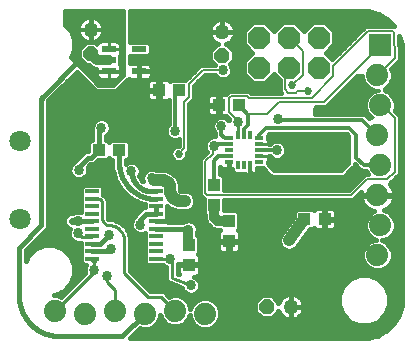
<source format=gbl>
G75*
%MOIN*%
%OFA0B0*%
%FSLAX25Y25*%
%IPPOS*%
%LPD*%
%AMOC8*
5,1,8,0,0,1.08239X$1,22.5*
%
%ADD10R,0.01181X0.03150*%
%ADD11R,0.03150X0.01181*%
%ADD12C,0.07087*%
%ADD13R,0.04331X0.03937*%
%ADD14R,0.04500X0.01500*%
%ADD15R,0.04724X0.02165*%
%ADD16R,0.03937X0.04331*%
%ADD17C,0.07400*%
%ADD18R,0.07400X0.07400*%
%ADD19OC8,0.07400*%
%ADD20OC8,0.05000*%
%ADD21C,0.05000*%
%ADD22C,0.01000*%
%ADD23C,0.03369*%
%ADD24C,0.01600*%
%ADD25C,0.01200*%
%ADD26OC8,0.03369*%
%ADD27OC8,0.04156*%
%ADD28C,0.03762*%
%ADD29C,0.04000*%
%ADD30C,0.03200*%
%ADD31C,0.02400*%
%ADD32C,0.05315*%
%ADD33C,0.04724*%
%ADD34C,0.00600*%
%ADD35C,0.02700*%
D10*
X0084831Y0081780D03*
X0086800Y0081780D03*
X0088769Y0081780D03*
X0088769Y0091820D03*
X0086800Y0091820D03*
X0084831Y0091820D03*
D11*
X0081780Y0090737D03*
X0081780Y0088769D03*
X0081780Y0086800D03*
X0081780Y0084831D03*
X0081780Y0082863D03*
X0091820Y0082863D03*
X0091820Y0084831D03*
X0091820Y0086800D03*
X0091820Y0088769D03*
X0091820Y0090737D03*
D12*
X0012300Y0089792D03*
X0012300Y0063808D03*
D13*
X0038454Y0086800D03*
X0045146Y0086800D03*
X0058454Y0106800D03*
X0065146Y0106800D03*
X0078454Y0101800D03*
X0085146Y0101800D03*
X0106954Y0063800D03*
X0113646Y0063800D03*
D14*
X0057350Y0063050D03*
X0057350Y0060550D03*
X0057350Y0058050D03*
X0057350Y0055550D03*
X0057350Y0053050D03*
X0057350Y0050550D03*
X0057350Y0065550D03*
X0057350Y0068050D03*
X0057350Y0070550D03*
X0057350Y0073050D03*
X0036250Y0073050D03*
X0036250Y0070550D03*
X0036250Y0068050D03*
X0036250Y0065550D03*
X0036250Y0063050D03*
X0036250Y0060550D03*
X0036250Y0058050D03*
X0036250Y0055550D03*
X0036250Y0053050D03*
X0036250Y0050550D03*
D15*
X0041681Y0113060D03*
X0041681Y0116800D03*
X0041681Y0120540D03*
X0051919Y0120540D03*
X0051919Y0113060D03*
D16*
X0076800Y0075146D03*
X0076800Y0068454D03*
X0081800Y0063146D03*
X0081800Y0056454D03*
X0068500Y0055246D03*
X0068500Y0048554D03*
D17*
X0063800Y0033300D03*
X0053800Y0032300D03*
X0043800Y0033300D03*
X0033800Y0032300D03*
X0023800Y0033300D03*
X0073800Y0032300D03*
X0131300Y0051800D03*
X0132300Y0061800D03*
X0131300Y0071800D03*
X0132300Y0081800D03*
X0131300Y0091800D03*
X0132300Y0101800D03*
X0131300Y0111800D03*
D18*
X0132300Y0121800D03*
D19*
X0111800Y0124300D03*
X0101800Y0124300D03*
X0101800Y0114300D03*
X0111800Y0114300D03*
X0091800Y0114300D03*
X0091800Y0124300D03*
D20*
X0079500Y0118300D03*
X0035700Y0119000D03*
X0094400Y0034600D03*
D21*
X0102400Y0034600D03*
X0079500Y0126300D03*
X0035700Y0127000D03*
D22*
X0036000Y0127300D02*
X0035400Y0127300D01*
X0035400Y0131000D01*
X0035306Y0131000D01*
X0034533Y0130846D01*
X0033805Y0130545D01*
X0033150Y0130107D01*
X0032593Y0129550D01*
X0032155Y0128895D01*
X0031854Y0128167D01*
X0031700Y0127394D01*
X0031700Y0127300D01*
X0035400Y0127300D01*
X0035400Y0126700D01*
X0031700Y0126700D01*
X0031700Y0126606D01*
X0031854Y0125833D01*
X0032155Y0125105D01*
X0032593Y0124450D01*
X0033150Y0123893D01*
X0033805Y0123455D01*
X0034533Y0123154D01*
X0035306Y0123000D01*
X0035400Y0123000D01*
X0035400Y0126700D01*
X0036000Y0126700D01*
X0036000Y0127300D01*
X0036000Y0131000D01*
X0036094Y0131000D01*
X0036867Y0130846D01*
X0037595Y0130545D01*
X0038250Y0130107D01*
X0038807Y0129550D01*
X0039245Y0128895D01*
X0039546Y0128167D01*
X0039700Y0127394D01*
X0039700Y0127300D01*
X0036000Y0127300D01*
X0036000Y0127642D02*
X0035400Y0127642D01*
X0035400Y0126644D02*
X0036000Y0126644D01*
X0036000Y0126700D02*
X0036000Y0123000D01*
X0036094Y0123000D01*
X0036867Y0123154D01*
X0037595Y0123455D01*
X0038250Y0123893D01*
X0038807Y0124450D01*
X0039245Y0125105D01*
X0039546Y0125833D01*
X0039700Y0126606D01*
X0039700Y0126700D01*
X0036000Y0126700D01*
X0036000Y0125645D02*
X0035400Y0125645D01*
X0035400Y0124647D02*
X0036000Y0124647D01*
X0036000Y0123648D02*
X0035400Y0123648D01*
X0034209Y0122600D02*
X0032100Y0120491D01*
X0032100Y0117509D01*
X0034209Y0115400D01*
X0035482Y0115400D01*
X0035611Y0115271D01*
X0036371Y0114511D01*
X0037363Y0114100D01*
X0037819Y0114100D01*
X0037819Y0113101D01*
X0041640Y0113101D01*
X0041640Y0113018D01*
X0041723Y0113018D01*
X0041723Y0110477D01*
X0044241Y0110477D01*
X0044623Y0110579D01*
X0044965Y0110777D01*
X0045244Y0111056D01*
X0045441Y0111398D01*
X0045544Y0111780D01*
X0045544Y0113018D01*
X0041723Y0113018D01*
X0041723Y0113101D01*
X0045544Y0113101D01*
X0045544Y0114340D01*
X0045441Y0114721D01*
X0045244Y0115064D01*
X0045095Y0115213D01*
X0045144Y0115262D01*
X0045144Y0118338D01*
X0045095Y0118387D01*
X0045244Y0118536D01*
X0045441Y0118878D01*
X0045544Y0119260D01*
X0045544Y0120499D01*
X0041723Y0120499D01*
X0041723Y0120581D01*
X0045544Y0120581D01*
X0045544Y0121820D01*
X0045441Y0122202D01*
X0045244Y0122544D01*
X0044965Y0122823D01*
X0044623Y0123021D01*
X0044241Y0123123D01*
X0041723Y0123123D01*
X0041723Y0120582D01*
X0041640Y0120582D01*
X0041640Y0123123D01*
X0039122Y0123123D01*
X0038740Y0123021D01*
X0038398Y0122823D01*
X0038119Y0122544D01*
X0037922Y0122202D01*
X0037851Y0121940D01*
X0037191Y0122600D01*
X0034209Y0122600D01*
X0033517Y0123648D02*
X0029804Y0123648D01*
X0029902Y0123412D02*
X0028669Y0126390D01*
X0026800Y0128258D01*
X0026800Y0133501D01*
X0046800Y0133501D01*
X0046800Y0111800D01*
X0043300Y0108300D01*
X0038300Y0108300D01*
X0028880Y0117720D01*
X0029902Y0120188D01*
X0029902Y0123412D01*
X0029902Y0122650D02*
X0038225Y0122650D01*
X0037883Y0123648D02*
X0046800Y0123648D01*
X0046800Y0122650D02*
X0045138Y0122650D01*
X0045544Y0121651D02*
X0046800Y0121651D01*
X0046800Y0120653D02*
X0045544Y0120653D01*
X0045544Y0119654D02*
X0046800Y0119654D01*
X0046800Y0118656D02*
X0045313Y0118656D01*
X0045144Y0117657D02*
X0046800Y0117657D01*
X0046800Y0116659D02*
X0045144Y0116659D01*
X0045144Y0115660D02*
X0046800Y0115660D01*
X0046800Y0114662D02*
X0045458Y0114662D01*
X0045544Y0113663D02*
X0046800Y0113663D01*
X0046800Y0112665D02*
X0045544Y0112665D01*
X0045513Y0111666D02*
X0046666Y0111666D01*
X0045668Y0110668D02*
X0044775Y0110668D01*
X0044669Y0109669D02*
X0036931Y0109669D01*
X0037930Y0108670D02*
X0043670Y0108670D01*
X0041640Y0110477D02*
X0041640Y0113018D01*
X0037819Y0113018D01*
X0037819Y0111780D01*
X0037922Y0111398D01*
X0038119Y0111056D01*
X0038398Y0110777D01*
X0038740Y0110579D01*
X0039122Y0110477D01*
X0041640Y0110477D01*
X0041640Y0110668D02*
X0041723Y0110668D01*
X0041723Y0111666D02*
X0041640Y0111666D01*
X0041640Y0112665D02*
X0041723Y0112665D01*
X0038588Y0110668D02*
X0035932Y0110668D01*
X0034934Y0111666D02*
X0037850Y0111666D01*
X0037819Y0112665D02*
X0033935Y0112665D01*
X0032937Y0113663D02*
X0037819Y0113663D01*
X0036220Y0114662D02*
X0031938Y0114662D01*
X0030940Y0115660D02*
X0033949Y0115660D01*
X0032950Y0116659D02*
X0029941Y0116659D01*
X0028943Y0117657D02*
X0032100Y0117657D01*
X0032100Y0118656D02*
X0029267Y0118656D01*
X0029681Y0119654D02*
X0032100Y0119654D01*
X0032261Y0120653D02*
X0029902Y0120653D01*
X0029902Y0121651D02*
X0033260Y0121651D01*
X0032462Y0124647D02*
X0029391Y0124647D01*
X0028977Y0125645D02*
X0031932Y0125645D01*
X0031700Y0126644D02*
X0028415Y0126644D01*
X0027416Y0127642D02*
X0031749Y0127642D01*
X0032050Y0128641D02*
X0026800Y0128641D01*
X0026800Y0129639D02*
X0032682Y0129639D01*
X0034030Y0130638D02*
X0026800Y0130638D01*
X0026800Y0131636D02*
X0046800Y0131636D01*
X0046800Y0130638D02*
X0037370Y0130638D01*
X0036000Y0130638D02*
X0035400Y0130638D01*
X0035400Y0129639D02*
X0036000Y0129639D01*
X0036000Y0128641D02*
X0035400Y0128641D01*
X0038718Y0129639D02*
X0046800Y0129639D01*
X0046800Y0128641D02*
X0039350Y0128641D01*
X0039651Y0127642D02*
X0046800Y0127642D01*
X0046800Y0126644D02*
X0039700Y0126644D01*
X0039468Y0125645D02*
X0046800Y0125645D01*
X0046800Y0124647D02*
X0038938Y0124647D01*
X0041640Y0122650D02*
X0041723Y0122650D01*
X0041723Y0121651D02*
X0041640Y0121651D01*
X0041640Y0120653D02*
X0041723Y0120653D01*
X0046800Y0132635D02*
X0026800Y0132635D01*
X0084800Y0096300D02*
X0084831Y0095769D01*
X0084831Y0091820D01*
X0091820Y0088769D02*
X0094894Y0088769D01*
X0094894Y0089557D01*
X0094792Y0089938D01*
X0094595Y0090280D01*
X0094494Y0090380D01*
X0094494Y0091783D01*
X0094389Y0091889D01*
X0095100Y0092600D01*
X0121000Y0092600D01*
X0121800Y0091800D01*
X0121800Y0082300D01*
X0119300Y0079800D01*
X0096800Y0079800D01*
X0094494Y0082106D01*
X0094494Y0083220D01*
X0094595Y0083320D01*
X0094792Y0083662D01*
X0094894Y0084043D01*
X0094894Y0084831D01*
X0091820Y0084831D01*
X0091820Y0084832D01*
X0094894Y0084832D01*
X0094894Y0085100D01*
X0095562Y0085100D01*
X0096223Y0084440D01*
X0097246Y0084016D01*
X0098354Y0084016D01*
X0099377Y0084440D01*
X0100160Y0085223D01*
X0100584Y0086246D01*
X0100584Y0087354D01*
X0100160Y0088377D01*
X0099377Y0089160D01*
X0098354Y0089584D01*
X0097246Y0089584D01*
X0096223Y0089160D01*
X0095562Y0088500D01*
X0094894Y0088500D01*
X0094894Y0088768D01*
X0091820Y0088768D01*
X0091820Y0088769D01*
X0094894Y0088700D02*
X0095763Y0088700D01*
X0094856Y0089699D02*
X0121800Y0089699D01*
X0121800Y0090697D02*
X0094494Y0090697D01*
X0094494Y0091696D02*
X0121800Y0091696D01*
X0121800Y0088700D02*
X0099837Y0088700D01*
X0100440Y0087702D02*
X0121800Y0087702D01*
X0121800Y0086703D02*
X0100584Y0086703D01*
X0100360Y0085705D02*
X0121800Y0085705D01*
X0121800Y0084706D02*
X0099644Y0084706D01*
X0095956Y0084706D02*
X0094894Y0084706D01*
X0094805Y0083708D02*
X0121800Y0083708D01*
X0121800Y0082709D02*
X0094494Y0082709D01*
X0094889Y0081711D02*
X0121211Y0081711D01*
X0120212Y0080712D02*
X0095888Y0080712D01*
X0110300Y0098500D02*
X0110300Y0100300D01*
X0110393Y0101600D01*
X0114180Y0101600D01*
X0124380Y0111800D01*
X0126500Y0111800D01*
X0126500Y0110845D01*
X0127231Y0109081D01*
X0128581Y0107731D01*
X0130345Y0107000D01*
X0131782Y0107000D01*
X0131800Y0106800D01*
X0131800Y0106600D01*
X0131345Y0106600D01*
X0129581Y0105869D01*
X0128231Y0104519D01*
X0127500Y0102755D01*
X0127500Y0100845D01*
X0128231Y0099081D01*
X0129581Y0097731D01*
X0129639Y0097707D01*
X0129300Y0097470D01*
X0128510Y0097102D01*
X0128425Y0097079D01*
X0128000Y0097504D01*
X0128000Y0097504D01*
X0127004Y0098500D01*
X0110300Y0098500D01*
X0110300Y0098685D02*
X0128626Y0098685D01*
X0127981Y0099684D02*
X0110300Y0099684D01*
X0110327Y0100682D02*
X0127567Y0100682D01*
X0127500Y0101681D02*
X0114261Y0101681D01*
X0115259Y0102679D02*
X0127500Y0102679D01*
X0127882Y0103678D02*
X0116258Y0103678D01*
X0117256Y0104676D02*
X0128388Y0104676D01*
X0129387Y0105675D02*
X0118255Y0105675D01*
X0119253Y0106673D02*
X0131800Y0106673D01*
X0128723Y0107672D02*
X0120252Y0107672D01*
X0121250Y0108670D02*
X0127641Y0108670D01*
X0126987Y0109669D02*
X0122249Y0109669D01*
X0123247Y0110668D02*
X0126574Y0110668D01*
X0126500Y0111666D02*
X0124246Y0111666D01*
X0127817Y0097687D02*
X0129610Y0097687D01*
X0069100Y0041700D02*
X0062800Y0044300D01*
X0062800Y0049900D01*
X0062200Y0050500D01*
X0057400Y0050500D01*
X0057350Y0050550D01*
X0046800Y0045800D02*
X0046800Y0056800D01*
X0046798Y0056940D01*
X0046792Y0057080D01*
X0046782Y0057220D01*
X0046769Y0057360D01*
X0046751Y0057499D01*
X0046729Y0057638D01*
X0046704Y0057775D01*
X0046675Y0057913D01*
X0046642Y0058049D01*
X0046605Y0058184D01*
X0046564Y0058318D01*
X0046519Y0058451D01*
X0046471Y0058583D01*
X0046419Y0058713D01*
X0046364Y0058842D01*
X0046305Y0058969D01*
X0046242Y0059095D01*
X0046176Y0059219D01*
X0046107Y0059340D01*
X0046034Y0059460D01*
X0045957Y0059578D01*
X0045878Y0059693D01*
X0045795Y0059807D01*
X0045709Y0059917D01*
X0045620Y0060026D01*
X0045528Y0060132D01*
X0045433Y0060235D01*
X0045336Y0060336D01*
X0045235Y0060433D01*
X0045132Y0060528D01*
X0045026Y0060620D01*
X0044917Y0060709D01*
X0044807Y0060795D01*
X0044693Y0060878D01*
X0044578Y0060957D01*
X0044460Y0061034D01*
X0044340Y0061107D01*
X0044219Y0061176D01*
X0044095Y0061242D01*
X0043969Y0061305D01*
X0043842Y0061364D01*
X0043713Y0061419D01*
X0043583Y0061471D01*
X0043451Y0061519D01*
X0043318Y0061564D01*
X0043184Y0061605D01*
X0043049Y0061642D01*
X0042913Y0061675D01*
X0042775Y0061704D01*
X0042638Y0061729D01*
X0042499Y0061751D01*
X0042360Y0061769D01*
X0042220Y0061782D01*
X0042080Y0061792D01*
X0041940Y0061798D01*
X0041800Y0061800D01*
X0041709Y0061802D01*
X0041618Y0061808D01*
X0041528Y0061817D01*
X0041438Y0061830D01*
X0041349Y0061847D01*
X0041260Y0061867D01*
X0041172Y0061891D01*
X0041086Y0061919D01*
X0041000Y0061950D01*
X0040916Y0061985D01*
X0040834Y0062024D01*
X0040753Y0062065D01*
X0040674Y0062110D01*
X0040597Y0062158D01*
X0040522Y0062210D01*
X0040449Y0062264D01*
X0040378Y0062321D01*
X0040310Y0062381D01*
X0040244Y0062444D01*
X0040181Y0062510D01*
X0040121Y0062578D01*
X0040064Y0062649D01*
X0040010Y0062722D01*
X0039958Y0062797D01*
X0039910Y0062874D01*
X0039865Y0062953D01*
X0039824Y0063034D01*
X0039785Y0063116D01*
X0039750Y0063200D01*
X0039719Y0063286D01*
X0039691Y0063372D01*
X0039667Y0063460D01*
X0039647Y0063549D01*
X0039630Y0063638D01*
X0039617Y0063728D01*
X0039608Y0063818D01*
X0039602Y0063909D01*
X0039600Y0064000D01*
X0039600Y0069200D01*
X0039598Y0069271D01*
X0039593Y0069341D01*
X0039583Y0069411D01*
X0039570Y0069481D01*
X0039554Y0069549D01*
X0039534Y0069617D01*
X0039510Y0069684D01*
X0039483Y0069749D01*
X0039453Y0069813D01*
X0039419Y0069875D01*
X0039382Y0069935D01*
X0039342Y0069994D01*
X0039299Y0070050D01*
X0039253Y0070103D01*
X0039205Y0070155D01*
X0039153Y0070203D01*
X0039100Y0070249D01*
X0039044Y0070292D01*
X0038985Y0070332D01*
X0038925Y0070369D01*
X0038863Y0070403D01*
X0038799Y0070433D01*
X0038734Y0070460D01*
X0038667Y0070484D01*
X0038599Y0070504D01*
X0038531Y0070520D01*
X0038461Y0070533D01*
X0038391Y0070543D01*
X0038321Y0070548D01*
X0038250Y0070550D01*
X0036250Y0070550D01*
X0037550Y0070550D01*
X0036950Y0070550D02*
X0036250Y0070550D01*
X0031500Y0059100D02*
X0032700Y0057900D01*
X0036100Y0057900D01*
X0036250Y0058050D01*
X0036800Y0050000D02*
X0036800Y0046800D01*
X0036800Y0046300D02*
X0023800Y0033300D01*
X0041100Y0043000D02*
X0043800Y0040300D01*
X0043800Y0033300D01*
X0041100Y0043000D02*
X0041100Y0044700D01*
X0046800Y0045800D02*
X0054800Y0037800D01*
X0059300Y0037800D01*
X0063800Y0033300D01*
D23*
X0069100Y0041700D03*
X0062200Y0050500D03*
X0068300Y0060300D03*
X0077500Y0063900D03*
X0067200Y0069900D03*
X0056000Y0077600D03*
X0049300Y0079900D03*
X0056300Y0087300D03*
X0063800Y0093300D03*
X0076800Y0088300D03*
X0079300Y0094800D03*
X0084800Y0096300D03*
X0096300Y0091300D03*
X0097800Y0086800D03*
X0097800Y0082300D03*
X0092300Y0076300D03*
X0084800Y0076300D03*
X0098300Y0097300D03*
X0110300Y0090300D03*
X0114300Y0086300D03*
X0110300Y0082800D03*
X0118300Y0082800D03*
X0125300Y0078800D03*
X0118300Y0090300D03*
X0079700Y0113500D03*
X0044300Y0124800D03*
X0044300Y0131800D03*
X0031800Y0131800D03*
X0031800Y0122800D03*
X0034900Y0113700D03*
X0039300Y0094300D03*
X0031700Y0080200D03*
X0031500Y0063200D03*
X0031500Y0059100D03*
X0041800Y0058600D03*
X0042400Y0053900D03*
X0036800Y0046800D03*
X0041100Y0044700D03*
X0052100Y0062000D03*
D24*
X0046300Y0024800D02*
X0025300Y0024800D01*
X0025803Y0037990D02*
X0024814Y0038400D01*
X0023477Y0038400D01*
X0026560Y0039677D01*
X0028923Y0042040D01*
X0030202Y0045129D01*
X0030202Y0048471D01*
X0028923Y0051560D01*
X0026560Y0053923D01*
X0023471Y0055202D01*
X0020129Y0055202D01*
X0017040Y0053923D01*
X0014677Y0051560D01*
X0014000Y0049926D01*
X0014000Y0053389D01*
X0020211Y0059600D01*
X0020211Y0059600D01*
X0021500Y0060889D01*
X0021500Y0103389D01*
X0031012Y0112901D01*
X0036400Y0107513D01*
X0037513Y0106400D01*
X0044087Y0106400D01*
X0047587Y0109900D01*
X0048337Y0110650D01*
X0048451Y0110537D01*
X0048862Y0110300D01*
X0049319Y0110177D01*
X0051918Y0110177D01*
X0051918Y0113060D01*
X0051918Y0115943D01*
X0049319Y0115943D01*
X0048862Y0115820D01*
X0048700Y0115727D01*
X0048700Y0118334D01*
X0048976Y0118057D01*
X0054861Y0118057D01*
X0055681Y0118878D01*
X0055681Y0122203D01*
X0054861Y0123023D01*
X0048976Y0123023D01*
X0048700Y0122746D01*
X0048700Y0133201D01*
X0126721Y0133201D01*
X0128379Y0133092D01*
X0131581Y0132234D01*
X0134453Y0130576D01*
X0136797Y0128232D01*
X0136873Y0128100D01*
X0127296Y0128100D01*
X0116254Y0117058D01*
X0114012Y0119300D01*
X0116900Y0122188D01*
X0116900Y0126412D01*
X0113912Y0129400D01*
X0109688Y0129400D01*
X0106800Y0126512D01*
X0103912Y0129400D01*
X0099688Y0129400D01*
X0096800Y0126512D01*
X0093912Y0129400D01*
X0089688Y0129400D01*
X0086700Y0126412D01*
X0086700Y0122188D01*
X0089588Y0119300D01*
X0086700Y0116412D01*
X0086700Y0112188D01*
X0089688Y0109200D01*
X0093912Y0109200D01*
X0096800Y0112088D01*
X0098700Y0110188D01*
X0098700Y0106496D01*
X0099296Y0105900D01*
X0089104Y0105900D01*
X0088504Y0106500D01*
X0081696Y0106500D01*
X0081096Y0105900D01*
X0080764Y0105568D01*
X0078638Y0105568D01*
X0078638Y0101984D01*
X0078269Y0101984D01*
X0078269Y0101616D01*
X0074488Y0101616D01*
X0074488Y0099595D01*
X0074611Y0099137D01*
X0074848Y0098726D01*
X0075183Y0098391D01*
X0075593Y0098154D01*
X0076051Y0098031D01*
X0078269Y0098031D01*
X0078269Y0101616D01*
X0078638Y0101616D01*
X0078638Y0098031D01*
X0080764Y0098031D01*
X0081765Y0097031D01*
X0081716Y0096913D01*
X0081716Y0096746D01*
X0081047Y0097415D01*
X0079913Y0097884D01*
X0078686Y0097884D01*
X0077553Y0097415D01*
X0076685Y0096547D01*
X0076216Y0095413D01*
X0076216Y0094186D01*
X0076685Y0093053D01*
X0077300Y0092438D01*
X0077300Y0091384D01*
X0076186Y0091384D01*
X0075053Y0090915D01*
X0074185Y0090047D01*
X0073716Y0088913D01*
X0073716Y0087686D01*
X0074185Y0086553D01*
X0074567Y0086171D01*
X0073196Y0084800D01*
X0072200Y0083804D01*
X0072200Y0071796D01*
X0072900Y0071096D01*
X0073431Y0070564D01*
X0073431Y0065708D01*
X0073800Y0065340D01*
X0073800Y0064987D01*
X0073697Y0064160D01*
X0074490Y0062281D01*
X0075251Y0061704D01*
X0075876Y0060865D01*
X0075876Y0060865D01*
X0075876Y0060865D01*
X0077776Y0060047D01*
X0078629Y0060146D01*
X0078686Y0060146D01*
X0078756Y0060077D01*
X0078726Y0060059D01*
X0078391Y0059724D01*
X0078154Y0059314D01*
X0078031Y0058856D01*
X0078031Y0056638D01*
X0081616Y0056638D01*
X0081616Y0056269D01*
X0081984Y0056269D01*
X0081984Y0052488D01*
X0084005Y0052488D01*
X0084463Y0052611D01*
X0084874Y0052848D01*
X0085209Y0053183D01*
X0085446Y0053593D01*
X0085568Y0054051D01*
X0085568Y0056269D01*
X0081984Y0056269D01*
X0081984Y0056638D01*
X0085568Y0056638D01*
X0085568Y0058856D01*
X0085446Y0059314D01*
X0085209Y0059724D01*
X0084874Y0060059D01*
X0084844Y0060077D01*
X0085168Y0060401D01*
X0085168Y0065892D01*
X0084348Y0066712D01*
X0080168Y0066712D01*
X0080168Y0070100D01*
X0123104Y0070100D01*
X0125906Y0072902D01*
X0125800Y0072233D01*
X0125800Y0072000D01*
X0131100Y0072000D01*
X0131100Y0071600D01*
X0125800Y0071600D01*
X0125800Y0071367D01*
X0125935Y0070512D01*
X0126203Y0069689D01*
X0126596Y0068917D01*
X0127105Y0068217D01*
X0127717Y0067605D01*
X0128417Y0067096D01*
X0129189Y0066703D01*
X0130012Y0066435D01*
X0130122Y0066418D01*
X0129411Y0066124D01*
X0127976Y0064689D01*
X0127200Y0062814D01*
X0127200Y0060786D01*
X0127976Y0058911D01*
X0129411Y0057476D01*
X0130803Y0056900D01*
X0130286Y0056900D01*
X0128411Y0056124D01*
X0126976Y0054689D01*
X0126200Y0052814D01*
X0126200Y0050786D01*
X0126976Y0048911D01*
X0128411Y0047476D01*
X0130286Y0046700D01*
X0132314Y0046700D01*
X0134189Y0047476D01*
X0135624Y0048911D01*
X0136400Y0050786D01*
X0136400Y0052814D01*
X0135624Y0054689D01*
X0134189Y0056124D01*
X0132797Y0056700D01*
X0133314Y0056700D01*
X0135189Y0057476D01*
X0136624Y0058911D01*
X0137400Y0060786D01*
X0137400Y0062814D01*
X0136624Y0064689D01*
X0135189Y0066124D01*
X0133581Y0066790D01*
X0134183Y0067096D01*
X0134883Y0067605D01*
X0135495Y0068217D01*
X0136004Y0068917D01*
X0136397Y0069689D01*
X0136665Y0070512D01*
X0136800Y0071367D01*
X0136800Y0071600D01*
X0131500Y0071600D01*
X0131500Y0072000D01*
X0136800Y0072000D01*
X0136800Y0072233D01*
X0136665Y0073088D01*
X0136397Y0073911D01*
X0136004Y0074683D01*
X0135495Y0075383D01*
X0135341Y0075537D01*
X0137704Y0077900D01*
X0138700Y0078896D01*
X0138700Y0098304D01*
X0137054Y0099950D01*
X0137400Y0100786D01*
X0137400Y0102814D01*
X0136624Y0104689D01*
X0135189Y0106124D01*
X0133713Y0106735D01*
X0133700Y0106883D01*
X0133700Y0107274D01*
X0134189Y0107476D01*
X0135624Y0108911D01*
X0136400Y0110786D01*
X0136400Y0112814D01*
X0135937Y0113933D01*
X0137712Y0115708D01*
X0137724Y0115708D01*
X0138209Y0116205D01*
X0138700Y0116696D01*
X0138700Y0116708D01*
X0138708Y0116716D01*
X0138700Y0117410D01*
X0138700Y0118104D01*
X0138692Y0118112D01*
X0138613Y0124768D01*
X0139313Y0122158D01*
X0139421Y0120501D01*
X0139421Y0036800D01*
X0139313Y0035142D01*
X0138455Y0031940D01*
X0136797Y0029069D01*
X0134453Y0026724D01*
X0131581Y0025067D01*
X0128379Y0024209D01*
X0126721Y0024100D01*
X0048711Y0024100D01*
X0052097Y0027485D01*
X0052786Y0027200D01*
X0054814Y0027200D01*
X0056689Y0027976D01*
X0058124Y0029411D01*
X0058900Y0031286D01*
X0058900Y0031803D01*
X0059476Y0030411D01*
X0060911Y0028976D01*
X0062786Y0028200D01*
X0064814Y0028200D01*
X0066689Y0028976D01*
X0068124Y0030411D01*
X0068700Y0031803D01*
X0068700Y0031286D01*
X0069476Y0029411D01*
X0070911Y0027976D01*
X0072786Y0027200D01*
X0074814Y0027200D01*
X0076689Y0027976D01*
X0078124Y0029411D01*
X0078900Y0031286D01*
X0078900Y0033314D01*
X0078124Y0035189D01*
X0076689Y0036624D01*
X0074814Y0037400D01*
X0072786Y0037400D01*
X0070911Y0036624D01*
X0069476Y0035189D01*
X0068900Y0033797D01*
X0068900Y0034314D01*
X0068124Y0036189D01*
X0066689Y0037624D01*
X0064814Y0038400D01*
X0062786Y0038400D01*
X0061797Y0037990D01*
X0060087Y0039700D01*
X0055587Y0039700D01*
X0048700Y0046587D01*
X0048700Y0058172D01*
X0047650Y0060709D01*
X0045709Y0062650D01*
X0045709Y0062650D01*
X0043172Y0063700D01*
X0041800Y0063700D01*
X0041722Y0063710D01*
X0041588Y0063788D01*
X0041510Y0063922D01*
X0041500Y0064000D01*
X0041500Y0070071D01*
X0040629Y0071579D01*
X0039900Y0072000D01*
X0039900Y0074380D01*
X0039080Y0075200D01*
X0033420Y0075200D01*
X0032600Y0074380D01*
X0032600Y0066083D01*
X0032113Y0066284D01*
X0030886Y0066284D01*
X0029753Y0065815D01*
X0029738Y0065800D01*
X0028929Y0065800D01*
X0027974Y0065404D01*
X0027242Y0064673D01*
X0026846Y0063717D01*
X0026846Y0062683D01*
X0027242Y0061727D01*
X0027974Y0060996D01*
X0028804Y0060652D01*
X0028416Y0059713D01*
X0028416Y0058486D01*
X0028885Y0057353D01*
X0029753Y0056485D01*
X0030886Y0056016D01*
X0031897Y0056016D01*
X0031913Y0056000D01*
X0032600Y0056000D01*
X0032600Y0054380D01*
X0032600Y0049220D01*
X0033420Y0048400D01*
X0034124Y0048400D01*
X0033716Y0047413D01*
X0033716Y0046186D01*
X0033799Y0045986D01*
X0025803Y0037990D01*
X0025300Y0024800D02*
X0024974Y0024804D01*
X0024648Y0024816D01*
X0024322Y0024835D01*
X0023997Y0024863D01*
X0023673Y0024898D01*
X0023349Y0024942D01*
X0023027Y0024993D01*
X0022706Y0025052D01*
X0022387Y0025118D01*
X0022069Y0025192D01*
X0021753Y0025274D01*
X0021440Y0025364D01*
X0021128Y0025461D01*
X0020819Y0025565D01*
X0020513Y0025677D01*
X0020209Y0025797D01*
X0019909Y0025923D01*
X0019611Y0026057D01*
X0019317Y0026198D01*
X0019026Y0026346D01*
X0018739Y0026501D01*
X0018456Y0026663D01*
X0018177Y0026832D01*
X0017902Y0027008D01*
X0017631Y0027190D01*
X0017365Y0027378D01*
X0017103Y0027573D01*
X0016846Y0027774D01*
X0016595Y0027982D01*
X0016348Y0028195D01*
X0016106Y0028414D01*
X0015870Y0028639D01*
X0015639Y0028870D01*
X0015414Y0029106D01*
X0015195Y0029348D01*
X0014982Y0029595D01*
X0014774Y0029846D01*
X0014573Y0030103D01*
X0014378Y0030365D01*
X0014190Y0030631D01*
X0014008Y0030902D01*
X0013832Y0031177D01*
X0013663Y0031456D01*
X0013501Y0031739D01*
X0013346Y0032026D01*
X0013198Y0032317D01*
X0013057Y0032611D01*
X0012923Y0032909D01*
X0012797Y0033209D01*
X0012677Y0033513D01*
X0012565Y0033819D01*
X0012461Y0034128D01*
X0012364Y0034440D01*
X0012274Y0034753D01*
X0012192Y0035069D01*
X0012118Y0035387D01*
X0012052Y0035706D01*
X0011993Y0036027D01*
X0011942Y0036349D01*
X0011898Y0036673D01*
X0011863Y0036997D01*
X0011835Y0037322D01*
X0011816Y0037648D01*
X0011804Y0037974D01*
X0011800Y0038300D01*
X0011800Y0054300D01*
X0019300Y0061800D01*
X0019300Y0103782D01*
X0019666Y0104666D02*
X0031800Y0116800D01*
X0032596Y0111317D02*
X0029428Y0111317D01*
X0027829Y0109718D02*
X0034195Y0109718D01*
X0035793Y0108120D02*
X0026231Y0108120D01*
X0024632Y0106521D02*
X0037392Y0106521D01*
X0044208Y0106521D02*
X0054488Y0106521D01*
X0054488Y0106616D02*
X0054488Y0104595D01*
X0054611Y0104137D01*
X0054848Y0103726D01*
X0055183Y0103391D01*
X0055593Y0103154D01*
X0056051Y0103031D01*
X0058269Y0103031D01*
X0058269Y0106616D01*
X0054488Y0106616D01*
X0054488Y0106984D02*
X0058269Y0106984D01*
X0058269Y0106616D01*
X0058638Y0106616D01*
X0058638Y0103031D01*
X0060856Y0103031D01*
X0061314Y0103154D01*
X0061724Y0103391D01*
X0061800Y0103467D01*
X0061800Y0095662D01*
X0061185Y0095047D01*
X0060716Y0093913D01*
X0060716Y0092686D01*
X0061185Y0091553D01*
X0062053Y0090685D01*
X0063186Y0090216D01*
X0064413Y0090216D01*
X0065100Y0090500D01*
X0065100Y0088350D01*
X0064453Y0088350D01*
X0063442Y0087931D01*
X0062669Y0087158D01*
X0062250Y0086147D01*
X0062250Y0085053D01*
X0062669Y0084042D01*
X0063442Y0083269D01*
X0064453Y0082850D01*
X0065547Y0082850D01*
X0066558Y0083269D01*
X0067331Y0084042D01*
X0067750Y0085053D01*
X0067750Y0085946D01*
X0068500Y0086696D01*
X0068500Y0102096D01*
X0069104Y0102700D01*
X0070100Y0103696D01*
X0070100Y0108196D01*
X0073704Y0111800D01*
X0077066Y0111800D01*
X0077085Y0111753D01*
X0077953Y0110885D01*
X0079086Y0110416D01*
X0080313Y0110416D01*
X0081447Y0110885D01*
X0082315Y0111753D01*
X0082784Y0112886D01*
X0082784Y0114113D01*
X0082315Y0115247D01*
X0082139Y0115423D01*
X0083400Y0116685D01*
X0083400Y0119915D01*
X0081115Y0122200D01*
X0080797Y0122200D01*
X0081151Y0122315D01*
X0081754Y0122622D01*
X0082301Y0123020D01*
X0082780Y0123499D01*
X0083178Y0124046D01*
X0083485Y0124649D01*
X0083694Y0125293D01*
X0083800Y0125962D01*
X0083800Y0126300D01*
X0083800Y0126638D01*
X0083694Y0127307D01*
X0083485Y0127951D01*
X0083178Y0128554D01*
X0082780Y0129101D01*
X0082301Y0129580D01*
X0081754Y0129978D01*
X0081151Y0130285D01*
X0080507Y0130494D01*
X0079838Y0130600D01*
X0079500Y0130600D01*
X0079500Y0126300D01*
X0079500Y0126300D01*
X0083800Y0126300D01*
X0079500Y0126300D01*
X0079500Y0126300D01*
X0079500Y0126300D01*
X0075200Y0126300D01*
X0075200Y0126638D01*
X0075306Y0127307D01*
X0075515Y0127951D01*
X0075822Y0128554D01*
X0076220Y0129101D01*
X0076699Y0129580D01*
X0077246Y0129978D01*
X0077849Y0130285D01*
X0078493Y0130494D01*
X0079162Y0130600D01*
X0079500Y0130600D01*
X0079500Y0126300D01*
X0075200Y0126300D01*
X0075200Y0125962D01*
X0075306Y0125293D01*
X0075515Y0124649D01*
X0075822Y0124046D01*
X0076220Y0123499D01*
X0076699Y0123020D01*
X0077246Y0122622D01*
X0077849Y0122315D01*
X0078203Y0122200D01*
X0077885Y0122200D01*
X0075600Y0119915D01*
X0075600Y0116685D01*
X0077071Y0115213D01*
X0077066Y0115200D01*
X0072296Y0115200D01*
X0067264Y0110168D01*
X0062401Y0110168D01*
X0062077Y0109844D01*
X0062059Y0109874D01*
X0061724Y0110209D01*
X0061314Y0110446D01*
X0060856Y0110568D01*
X0058638Y0110568D01*
X0058638Y0106984D01*
X0058269Y0106984D01*
X0058269Y0110568D01*
X0056051Y0110568D01*
X0055593Y0110446D01*
X0055183Y0110209D01*
X0054848Y0109874D01*
X0054611Y0109463D01*
X0054488Y0109005D01*
X0054488Y0106984D01*
X0054488Y0108120D02*
X0045807Y0108120D01*
X0047405Y0109718D02*
X0054758Y0109718D01*
X0054518Y0110177D02*
X0054975Y0110300D01*
X0055386Y0110537D01*
X0055721Y0110872D01*
X0055958Y0111282D01*
X0056081Y0111740D01*
X0056081Y0113060D01*
X0056081Y0114379D01*
X0055958Y0114837D01*
X0055721Y0115248D01*
X0055386Y0115583D01*
X0054975Y0115820D01*
X0054518Y0115943D01*
X0051919Y0115943D01*
X0051919Y0113060D01*
X0056081Y0113060D01*
X0051919Y0113060D01*
X0051919Y0113060D01*
X0051918Y0113060D01*
X0051919Y0113060D01*
X0051919Y0110177D01*
X0054518Y0110177D01*
X0055967Y0111317D02*
X0068412Y0111317D01*
X0070011Y0112915D02*
X0056081Y0112915D01*
X0056045Y0114514D02*
X0071609Y0114514D01*
X0073221Y0111317D02*
X0077522Y0111317D01*
X0081878Y0111317D02*
X0087571Y0111317D01*
X0086700Y0112915D02*
X0082784Y0112915D01*
X0082618Y0114514D02*
X0086700Y0114514D01*
X0086700Y0116112D02*
X0082828Y0116112D01*
X0083400Y0117711D02*
X0087998Y0117711D01*
X0089578Y0119309D02*
X0083400Y0119309D01*
X0082408Y0120908D02*
X0087980Y0120908D01*
X0086700Y0122506D02*
X0081526Y0122506D01*
X0083207Y0124105D02*
X0086700Y0124105D01*
X0086700Y0125703D02*
X0083759Y0125703D01*
X0083695Y0127302D02*
X0087589Y0127302D01*
X0089188Y0128900D02*
X0082926Y0128900D01*
X0080477Y0130499D02*
X0134530Y0130499D01*
X0136129Y0128900D02*
X0114412Y0128900D01*
X0116011Y0127302D02*
X0126498Y0127302D01*
X0124899Y0125703D02*
X0116900Y0125703D01*
X0116900Y0124105D02*
X0123301Y0124105D01*
X0121702Y0122506D02*
X0116900Y0122506D01*
X0115620Y0120908D02*
X0120104Y0120908D01*
X0118505Y0119309D02*
X0114022Y0119309D01*
X0115602Y0117711D02*
X0116907Y0117711D01*
X0107589Y0127302D02*
X0106011Y0127302D01*
X0104412Y0128900D02*
X0109188Y0128900D01*
X0099188Y0128900D02*
X0094412Y0128900D01*
X0096011Y0127302D02*
X0097589Y0127302D01*
X0097571Y0111317D02*
X0096029Y0111317D01*
X0094431Y0109718D02*
X0098700Y0109718D01*
X0098700Y0108120D02*
X0070100Y0108120D01*
X0070100Y0106521D02*
X0098700Y0106521D01*
X0089169Y0109718D02*
X0071622Y0109718D01*
X0070100Y0104923D02*
X0074897Y0104923D01*
X0074848Y0104874D02*
X0074611Y0104463D01*
X0074488Y0104005D01*
X0074488Y0101984D01*
X0078269Y0101984D01*
X0078269Y0105568D01*
X0076051Y0105568D01*
X0075593Y0105446D01*
X0075183Y0105209D01*
X0074848Y0104874D01*
X0074488Y0103324D02*
X0069728Y0103324D01*
X0068500Y0101726D02*
X0078269Y0101726D01*
X0078269Y0103324D02*
X0078638Y0103324D01*
X0078638Y0104923D02*
X0078269Y0104923D01*
X0078269Y0100127D02*
X0078638Y0100127D01*
X0078638Y0098529D02*
X0078269Y0098529D01*
X0077068Y0096930D02*
X0068500Y0096930D01*
X0068500Y0095332D02*
X0076216Y0095332D01*
X0076404Y0093733D02*
X0068500Y0093733D01*
X0068500Y0092134D02*
X0077300Y0092134D01*
X0074674Y0090536D02*
X0068500Y0090536D01*
X0068500Y0088937D02*
X0073726Y0088937D01*
X0073860Y0087339D02*
X0068500Y0087339D01*
X0067750Y0085740D02*
X0074136Y0085740D01*
X0072538Y0084142D02*
X0067373Y0084142D01*
X0062627Y0084142D02*
X0048602Y0084142D01*
X0048712Y0084252D02*
X0048712Y0089348D01*
X0047892Y0090168D01*
X0042401Y0090168D01*
X0041800Y0089567D01*
X0041199Y0090168D01*
X0040654Y0090168D01*
X0040654Y0091522D01*
X0041047Y0091685D01*
X0041915Y0092553D01*
X0042384Y0093686D01*
X0042384Y0094913D01*
X0041915Y0096047D01*
X0041047Y0096915D01*
X0039913Y0097384D01*
X0038686Y0097384D01*
X0037553Y0096915D01*
X0036685Y0096047D01*
X0036216Y0094913D01*
X0036216Y0093686D01*
X0036254Y0093595D01*
X0036254Y0090168D01*
X0035708Y0090168D01*
X0034888Y0089348D01*
X0034888Y0086500D01*
X0033789Y0086500D01*
X0030789Y0083500D01*
X0030210Y0082921D01*
X0029953Y0082815D01*
X0029085Y0081947D01*
X0028616Y0080813D01*
X0028616Y0079586D01*
X0029085Y0078453D01*
X0029953Y0077585D01*
X0031086Y0077116D01*
X0032313Y0077116D01*
X0033447Y0077585D01*
X0034315Y0078453D01*
X0034784Y0079586D01*
X0034784Y0080813D01*
X0034650Y0081138D01*
X0035611Y0082100D01*
X0036865Y0082100D01*
X0038154Y0083389D01*
X0038196Y0083431D01*
X0041199Y0083431D01*
X0041800Y0084033D01*
X0042401Y0083431D01*
X0042946Y0083431D01*
X0042946Y0080857D01*
X0043928Y0077194D01*
X0045824Y0073910D01*
X0045824Y0073910D01*
X0048506Y0071228D01*
X0051790Y0069332D01*
X0051790Y0069332D01*
X0053700Y0068820D01*
X0053700Y0067750D01*
X0053139Y0067750D01*
X0051189Y0065800D01*
X0049900Y0064511D01*
X0049900Y0064162D01*
X0049485Y0063747D01*
X0049016Y0062613D01*
X0049016Y0061386D01*
X0049485Y0060253D01*
X0050353Y0059385D01*
X0051486Y0058916D01*
X0052713Y0058916D01*
X0053700Y0059324D01*
X0053700Y0049220D01*
X0054520Y0048400D01*
X0059938Y0048400D01*
X0060453Y0047885D01*
X0060900Y0047700D01*
X0060900Y0044677D01*
X0060743Y0044297D01*
X0060900Y0043921D01*
X0060900Y0043513D01*
X0061190Y0043223D01*
X0061348Y0042844D01*
X0061725Y0042688D01*
X0062013Y0042400D01*
X0062423Y0042400D01*
X0066100Y0040883D01*
X0066485Y0039953D01*
X0067353Y0039085D01*
X0068486Y0038616D01*
X0069713Y0038616D01*
X0070847Y0039085D01*
X0071715Y0039953D01*
X0072184Y0041086D01*
X0072184Y0042313D01*
X0071715Y0043447D01*
X0070847Y0044315D01*
X0070187Y0044588D01*
X0070705Y0044588D01*
X0071163Y0044711D01*
X0071574Y0044948D01*
X0071909Y0045283D01*
X0072146Y0045693D01*
X0072268Y0046151D01*
X0072268Y0048369D01*
X0068684Y0048369D01*
X0068684Y0048738D01*
X0072268Y0048738D01*
X0072268Y0050956D01*
X0072146Y0051414D01*
X0071909Y0051824D01*
X0071574Y0052159D01*
X0071544Y0052177D01*
X0071868Y0052501D01*
X0071868Y0057992D01*
X0071300Y0058560D01*
X0071300Y0059483D01*
X0071384Y0059686D01*
X0071384Y0060913D01*
X0070915Y0062047D01*
X0070047Y0062915D01*
X0068913Y0063384D01*
X0067686Y0063384D01*
X0066553Y0062915D01*
X0066388Y0062750D01*
X0061400Y0062750D01*
X0061400Y0063050D01*
X0061400Y0064037D01*
X0061277Y0064495D01*
X0061040Y0064905D01*
X0061000Y0064946D01*
X0061000Y0068342D01*
X0061791Y0067550D01*
X0064328Y0066500D01*
X0067876Y0066500D01*
X0069126Y0067018D01*
X0070082Y0067974D01*
X0070600Y0069224D01*
X0070600Y0070576D01*
X0070082Y0071826D01*
X0069126Y0072782D01*
X0067876Y0073300D01*
X0065700Y0073300D01*
X0065680Y0073302D01*
X0065644Y0073317D01*
X0065617Y0073344D01*
X0065602Y0073380D01*
X0065600Y0073400D01*
X0065600Y0075313D01*
X0064671Y0077555D01*
X0064671Y0077555D01*
X0062955Y0079271D01*
X0060713Y0080200D01*
X0057762Y0080200D01*
X0057747Y0080215D01*
X0056613Y0080684D01*
X0055386Y0080684D01*
X0054253Y0080215D01*
X0053385Y0079347D01*
X0052916Y0078213D01*
X0052916Y0076986D01*
X0053161Y0076395D01*
X0052862Y0076612D01*
X0052007Y0077789D01*
X0051895Y0078133D01*
X0051915Y0078153D01*
X0052384Y0079286D01*
X0052384Y0080513D01*
X0051915Y0081647D01*
X0051047Y0082515D01*
X0049913Y0082984D01*
X0048686Y0082984D01*
X0047553Y0082515D01*
X0047374Y0082336D01*
X0047346Y0082754D01*
X0047346Y0083431D01*
X0047892Y0083431D01*
X0048712Y0084252D01*
X0048712Y0085740D02*
X0062250Y0085740D01*
X0062850Y0087339D02*
X0048712Y0087339D01*
X0048712Y0088937D02*
X0065100Y0088937D01*
X0062413Y0090536D02*
X0040654Y0090536D01*
X0041496Y0092134D02*
X0060944Y0092134D01*
X0060716Y0093733D02*
X0042384Y0093733D01*
X0042211Y0095332D02*
X0061470Y0095332D01*
X0061800Y0096930D02*
X0041010Y0096930D01*
X0039300Y0094300D02*
X0038454Y0093454D01*
X0038454Y0086800D01*
X0035954Y0084300D01*
X0034700Y0084300D01*
X0031700Y0081300D01*
X0031700Y0080200D01*
X0033610Y0077748D02*
X0043780Y0077748D01*
X0043928Y0077194D02*
X0043928Y0077194D01*
X0044531Y0076149D02*
X0021500Y0076149D01*
X0021500Y0074551D02*
X0032771Y0074551D01*
X0032600Y0072952D02*
X0021500Y0072952D01*
X0021500Y0071354D02*
X0032600Y0071354D01*
X0032600Y0069755D02*
X0021500Y0069755D01*
X0021500Y0068157D02*
X0032600Y0068157D01*
X0032600Y0066558D02*
X0021500Y0066558D01*
X0021500Y0064960D02*
X0027529Y0064960D01*
X0026846Y0063361D02*
X0021500Y0063361D01*
X0021500Y0061763D02*
X0027228Y0061763D01*
X0028602Y0060164D02*
X0020776Y0060164D01*
X0019177Y0058566D02*
X0028416Y0058566D01*
X0029271Y0056967D02*
X0017579Y0056967D01*
X0015980Y0055369D02*
X0032600Y0055369D01*
X0032600Y0053770D02*
X0026712Y0053770D01*
X0028311Y0052172D02*
X0032600Y0052172D01*
X0032600Y0050573D02*
X0029332Y0050573D01*
X0029994Y0048975D02*
X0032845Y0048975D01*
X0033716Y0047376D02*
X0030202Y0047376D01*
X0030202Y0045778D02*
X0033591Y0045778D01*
X0031992Y0044179D02*
X0029809Y0044179D01*
X0030394Y0042581D02*
X0029147Y0042581D01*
X0028795Y0040982D02*
X0027865Y0040982D01*
X0027197Y0039384D02*
X0025852Y0039384D01*
X0036800Y0046300D02*
X0036800Y0046800D01*
X0036800Y0050000D02*
X0036250Y0050550D01*
X0036250Y0053050D02*
X0041550Y0053050D01*
X0042400Y0053900D01*
X0038750Y0055550D02*
X0036250Y0055550D01*
X0038750Y0055550D02*
X0041800Y0058600D01*
X0043990Y0063361D02*
X0049326Y0063361D01*
X0049016Y0061763D02*
X0046595Y0061763D01*
X0047650Y0060709D02*
X0047650Y0060709D01*
X0047875Y0060164D02*
X0049574Y0060164D01*
X0048537Y0058566D02*
X0053700Y0058566D01*
X0053700Y0056967D02*
X0048700Y0056967D01*
X0048700Y0055369D02*
X0053700Y0055369D01*
X0053700Y0053770D02*
X0048700Y0053770D01*
X0048700Y0052172D02*
X0053700Y0052172D01*
X0053700Y0050573D02*
X0048700Y0050573D01*
X0048700Y0048975D02*
X0053945Y0048975D01*
X0049509Y0045778D02*
X0060900Y0045778D01*
X0060900Y0047376D02*
X0048700Y0047376D01*
X0051108Y0044179D02*
X0060793Y0044179D01*
X0061832Y0042581D02*
X0052706Y0042581D01*
X0054305Y0040982D02*
X0065859Y0040982D01*
X0067055Y0039384D02*
X0060403Y0039384D01*
X0066299Y0037785D02*
X0092070Y0037785D01*
X0092785Y0038500D02*
X0090500Y0036215D01*
X0090500Y0032985D01*
X0092785Y0030700D01*
X0096015Y0030700D01*
X0098300Y0032985D01*
X0098300Y0033303D01*
X0098415Y0032949D01*
X0098722Y0032346D01*
X0099120Y0031799D01*
X0099599Y0031320D01*
X0100146Y0030922D01*
X0100749Y0030615D01*
X0101393Y0030406D01*
X0102062Y0030300D01*
X0102400Y0030300D01*
X0102738Y0030300D01*
X0103407Y0030406D01*
X0104051Y0030615D01*
X0104654Y0030922D01*
X0105201Y0031320D01*
X0105680Y0031799D01*
X0106078Y0032346D01*
X0106385Y0032949D01*
X0106594Y0033593D01*
X0106700Y0034262D01*
X0106700Y0034600D01*
X0106700Y0034938D01*
X0106594Y0035607D01*
X0106385Y0036251D01*
X0106078Y0036854D01*
X0105680Y0037401D01*
X0105201Y0037880D01*
X0104654Y0038278D01*
X0104051Y0038585D01*
X0103407Y0038794D01*
X0102738Y0038900D01*
X0102400Y0038900D01*
X0102400Y0034600D01*
X0106700Y0034600D01*
X0102400Y0034600D01*
X0102400Y0034600D01*
X0102400Y0034600D01*
X0102400Y0030300D01*
X0102400Y0034600D01*
X0102400Y0034600D01*
X0102400Y0038900D01*
X0102062Y0038900D01*
X0101393Y0038794D01*
X0100749Y0038585D01*
X0100146Y0038278D01*
X0099599Y0037880D01*
X0099120Y0037401D01*
X0098722Y0036854D01*
X0098415Y0036251D01*
X0098300Y0035897D01*
X0098300Y0036215D01*
X0096015Y0038500D01*
X0092785Y0038500D01*
X0090500Y0036187D02*
X0077126Y0036187D01*
X0078372Y0034588D02*
X0090500Y0034588D01*
X0090500Y0032990D02*
X0078900Y0032990D01*
X0078900Y0031391D02*
X0092094Y0031391D01*
X0096706Y0031391D02*
X0099528Y0031391D01*
X0098402Y0032990D02*
X0098300Y0032990D01*
X0098300Y0036187D02*
X0098394Y0036187D01*
X0099504Y0037785D02*
X0096730Y0037785D01*
X0102400Y0037785D02*
X0102400Y0037785D01*
X0102400Y0036187D02*
X0102400Y0036187D01*
X0102400Y0034588D02*
X0102400Y0034588D01*
X0102400Y0032990D02*
X0102400Y0032990D01*
X0102400Y0031391D02*
X0102400Y0031391D01*
X0105272Y0031391D02*
X0120326Y0031391D01*
X0119677Y0032040D02*
X0122040Y0029677D01*
X0125129Y0028398D01*
X0128471Y0028398D01*
X0131560Y0029677D01*
X0133923Y0032040D01*
X0135202Y0035129D01*
X0135202Y0038471D01*
X0133923Y0041560D01*
X0131560Y0043923D01*
X0128471Y0045202D01*
X0125129Y0045202D01*
X0122040Y0043923D01*
X0119677Y0041560D01*
X0118398Y0038471D01*
X0118398Y0035129D01*
X0119677Y0032040D01*
X0119284Y0032990D02*
X0106398Y0032990D01*
X0106700Y0034588D02*
X0118622Y0034588D01*
X0118398Y0036187D02*
X0106406Y0036187D01*
X0105296Y0037785D02*
X0118398Y0037785D01*
X0118776Y0039384D02*
X0071145Y0039384D01*
X0072141Y0040982D02*
X0119438Y0040982D01*
X0120698Y0042581D02*
X0072074Y0042581D01*
X0070983Y0044179D02*
X0122658Y0044179D01*
X0126950Y0048975D02*
X0072268Y0048975D01*
X0072268Y0047376D02*
X0128653Y0047376D01*
X0130942Y0044179D02*
X0139421Y0044179D01*
X0139421Y0042581D02*
X0132902Y0042581D01*
X0134162Y0040982D02*
X0139421Y0040982D01*
X0139421Y0039384D02*
X0134824Y0039384D01*
X0135202Y0037785D02*
X0139421Y0037785D01*
X0139381Y0036187D02*
X0135202Y0036187D01*
X0134978Y0034588D02*
X0139164Y0034588D01*
X0138736Y0032990D02*
X0134316Y0032990D01*
X0133274Y0031391D02*
X0138138Y0031391D01*
X0137215Y0029793D02*
X0131675Y0029793D01*
X0134229Y0026596D02*
X0051207Y0026596D01*
X0049608Y0024997D02*
X0131321Y0024997D01*
X0135922Y0028194D02*
X0076907Y0028194D01*
X0078282Y0029793D02*
X0121925Y0029793D01*
X0133947Y0047376D02*
X0139421Y0047376D01*
X0139421Y0045778D02*
X0072168Y0045778D01*
X0068316Y0048369D02*
X0064731Y0048369D01*
X0064731Y0046151D01*
X0064854Y0045693D01*
X0064995Y0045450D01*
X0064700Y0045571D01*
X0064700Y0048638D01*
X0064800Y0048738D01*
X0068316Y0048738D01*
X0068316Y0048369D01*
X0064731Y0047376D02*
X0064700Y0047376D01*
X0064700Y0045778D02*
X0064832Y0045778D01*
X0072268Y0050573D02*
X0126288Y0050573D01*
X0126200Y0052172D02*
X0071552Y0052172D01*
X0071868Y0053770D02*
X0078107Y0053770D01*
X0078154Y0053593D02*
X0078391Y0053183D01*
X0078726Y0052848D01*
X0079137Y0052611D01*
X0079595Y0052488D01*
X0081616Y0052488D01*
X0081616Y0056269D01*
X0078031Y0056269D01*
X0078031Y0054051D01*
X0078154Y0053593D01*
X0078031Y0055369D02*
X0071868Y0055369D01*
X0071868Y0056967D02*
X0078031Y0056967D01*
X0078031Y0058566D02*
X0071300Y0058566D01*
X0071384Y0060164D02*
X0077502Y0060164D01*
X0077776Y0060047D02*
X0077776Y0060047D01*
X0075174Y0061763D02*
X0071032Y0061763D01*
X0068969Y0063361D02*
X0074034Y0063361D01*
X0073697Y0064160D02*
X0073697Y0064160D01*
X0073797Y0064960D02*
X0061000Y0064960D01*
X0061000Y0066558D02*
X0064187Y0066558D01*
X0061791Y0067550D02*
X0061791Y0067550D01*
X0061185Y0068157D02*
X0061000Y0068157D01*
X0057350Y0068050D02*
X0057350Y0065550D01*
X0054050Y0065550D01*
X0052100Y0063600D01*
X0052100Y0062000D01*
X0050349Y0064960D02*
X0041500Y0064960D01*
X0041500Y0066558D02*
X0051947Y0066558D01*
X0053700Y0068157D02*
X0041500Y0068157D01*
X0041500Y0069755D02*
X0051056Y0069755D01*
X0048506Y0071228D02*
X0048506Y0071228D01*
X0048380Y0071354D02*
X0040759Y0071354D01*
X0040629Y0071579D02*
X0040629Y0071579D01*
X0040629Y0071579D01*
X0039900Y0072952D02*
X0046781Y0072952D01*
X0045454Y0074551D02*
X0039729Y0074551D01*
X0043351Y0079346D02*
X0034685Y0079346D01*
X0034730Y0080945D02*
X0042946Y0080945D01*
X0042946Y0082543D02*
X0037308Y0082543D01*
X0033029Y0085740D02*
X0021500Y0085740D01*
X0021500Y0084142D02*
X0031431Y0084142D01*
X0029682Y0082543D02*
X0021500Y0082543D01*
X0021500Y0080945D02*
X0028670Y0080945D01*
X0028715Y0079346D02*
X0021500Y0079346D01*
X0021500Y0077748D02*
X0029790Y0077748D01*
X0034888Y0087339D02*
X0021500Y0087339D01*
X0021500Y0088937D02*
X0034888Y0088937D01*
X0036254Y0090536D02*
X0021500Y0090536D01*
X0021500Y0092134D02*
X0036254Y0092134D01*
X0036216Y0093733D02*
X0021500Y0093733D01*
X0021500Y0095332D02*
X0036389Y0095332D01*
X0037590Y0096930D02*
X0021500Y0096930D01*
X0021500Y0098529D02*
X0061800Y0098529D01*
X0061800Y0100127D02*
X0021500Y0100127D01*
X0021500Y0101726D02*
X0061800Y0101726D01*
X0061800Y0103324D02*
X0061608Y0103324D01*
X0058638Y0103324D02*
X0058269Y0103324D01*
X0058269Y0104923D02*
X0058638Y0104923D01*
X0058638Y0106521D02*
X0058269Y0106521D01*
X0058269Y0108120D02*
X0058638Y0108120D01*
X0058638Y0109718D02*
X0058269Y0109718D01*
X0054488Y0104923D02*
X0023034Y0104923D01*
X0021500Y0103324D02*
X0055299Y0103324D01*
X0051918Y0111317D02*
X0051919Y0111317D01*
X0051918Y0112915D02*
X0051919Y0112915D01*
X0051918Y0114514D02*
X0051919Y0114514D01*
X0048700Y0116112D02*
X0076172Y0116112D01*
X0075600Y0117711D02*
X0048700Y0117711D01*
X0048700Y0124105D02*
X0075793Y0124105D01*
X0075241Y0125703D02*
X0048700Y0125703D01*
X0048700Y0127302D02*
X0075305Y0127302D01*
X0076074Y0128900D02*
X0048700Y0128900D01*
X0048700Y0130499D02*
X0078523Y0130499D01*
X0079500Y0130499D02*
X0079500Y0130499D01*
X0079500Y0128900D02*
X0079500Y0128900D01*
X0079500Y0127302D02*
X0079500Y0127302D01*
X0077474Y0122506D02*
X0055377Y0122506D01*
X0055681Y0120908D02*
X0076592Y0120908D01*
X0075600Y0119309D02*
X0055681Y0119309D01*
X0048700Y0132097D02*
X0131818Y0132097D01*
X0138621Y0124105D02*
X0138791Y0124105D01*
X0138640Y0122506D02*
X0139219Y0122506D01*
X0139395Y0120908D02*
X0138659Y0120908D01*
X0138678Y0119309D02*
X0139421Y0119309D01*
X0139421Y0117711D02*
X0138700Y0117711D01*
X0138118Y0116112D02*
X0139421Y0116112D01*
X0139421Y0114514D02*
X0136518Y0114514D01*
X0136358Y0112915D02*
X0139421Y0112915D01*
X0139421Y0111317D02*
X0136400Y0111317D01*
X0135958Y0109718D02*
X0139421Y0109718D01*
X0139421Y0108120D02*
X0134832Y0108120D01*
X0134229Y0106521D02*
X0139421Y0106521D01*
X0139421Y0104923D02*
X0136390Y0104923D01*
X0137189Y0103324D02*
X0139421Y0103324D01*
X0139421Y0101726D02*
X0137400Y0101726D01*
X0137127Y0100127D02*
X0139421Y0100127D01*
X0139421Y0098529D02*
X0138476Y0098529D01*
X0138700Y0096930D02*
X0139421Y0096930D01*
X0139421Y0095332D02*
X0138700Y0095332D01*
X0138700Y0093733D02*
X0139421Y0093733D01*
X0139421Y0092134D02*
X0138700Y0092134D01*
X0138700Y0090536D02*
X0139421Y0090536D01*
X0139421Y0088937D02*
X0138700Y0088937D01*
X0138700Y0087339D02*
X0139421Y0087339D01*
X0139421Y0085740D02*
X0138700Y0085740D01*
X0138700Y0084142D02*
X0139421Y0084142D01*
X0139421Y0082543D02*
X0138700Y0082543D01*
X0138700Y0080945D02*
X0139421Y0080945D01*
X0139421Y0079346D02*
X0138700Y0079346D01*
X0139421Y0077748D02*
X0137552Y0077748D01*
X0135954Y0076149D02*
X0139421Y0076149D01*
X0139421Y0074551D02*
X0136071Y0074551D01*
X0136686Y0072952D02*
X0139421Y0072952D01*
X0139421Y0071354D02*
X0136798Y0071354D01*
X0136419Y0069755D02*
X0139421Y0069755D01*
X0139421Y0068157D02*
X0135435Y0068157D01*
X0134139Y0066558D02*
X0139421Y0066558D01*
X0139421Y0064960D02*
X0136353Y0064960D01*
X0137173Y0063361D02*
X0139421Y0063361D01*
X0139421Y0061763D02*
X0137400Y0061763D01*
X0137143Y0060164D02*
X0139421Y0060164D01*
X0139421Y0058566D02*
X0136278Y0058566D01*
X0133960Y0056967D02*
X0139421Y0056967D01*
X0139421Y0055369D02*
X0134944Y0055369D01*
X0136004Y0053770D02*
X0139421Y0053770D01*
X0139421Y0052172D02*
X0136400Y0052172D01*
X0136312Y0050573D02*
X0139421Y0050573D01*
X0139421Y0048975D02*
X0135650Y0048975D01*
X0127656Y0055369D02*
X0104968Y0055369D01*
X0104137Y0054240D02*
X0108696Y0060431D01*
X0109699Y0060431D01*
X0110023Y0060756D01*
X0110041Y0060726D01*
X0110376Y0060391D01*
X0110786Y0060154D01*
X0111244Y0060031D01*
X0113462Y0060031D01*
X0113462Y0063616D01*
X0113831Y0063616D01*
X0113831Y0063984D01*
X0117612Y0063984D01*
X0117612Y0066005D01*
X0117489Y0066463D01*
X0117252Y0066874D01*
X0116917Y0067209D01*
X0116507Y0067446D01*
X0116049Y0067568D01*
X0113831Y0067568D01*
X0113831Y0063984D01*
X0113462Y0063984D01*
X0113462Y0067568D01*
X0111244Y0067568D01*
X0110786Y0067446D01*
X0110376Y0067209D01*
X0110041Y0066874D01*
X0110023Y0066844D01*
X0109699Y0067168D01*
X0107494Y0067168D01*
X0107111Y0067263D01*
X0106489Y0067168D01*
X0104208Y0067168D01*
X0103388Y0066348D01*
X0103388Y0064692D01*
X0098661Y0058271D01*
X0098337Y0056958D01*
X0098540Y0055621D01*
X0099240Y0054463D01*
X0100329Y0053661D01*
X0101642Y0053337D01*
X0102979Y0053540D01*
X0104137Y0054240D01*
X0103360Y0053770D02*
X0126596Y0053770D01*
X0128322Y0058566D02*
X0107322Y0058566D01*
X0108499Y0060164D02*
X0110769Y0060164D01*
X0113462Y0060164D02*
X0113831Y0060164D01*
X0113831Y0060031D02*
X0116049Y0060031D01*
X0116507Y0060154D01*
X0116917Y0060391D01*
X0117252Y0060726D01*
X0117489Y0061137D01*
X0117612Y0061595D01*
X0117612Y0063616D01*
X0113831Y0063616D01*
X0113831Y0060031D01*
X0113831Y0061763D02*
X0113462Y0061763D01*
X0113462Y0063361D02*
X0113831Y0063361D01*
X0113831Y0064960D02*
X0113462Y0064960D01*
X0113462Y0066558D02*
X0113831Y0066558D01*
X0117434Y0066558D02*
X0129634Y0066558D01*
X0128247Y0064960D02*
X0117612Y0064960D01*
X0117612Y0063361D02*
X0127427Y0063361D01*
X0127200Y0061763D02*
X0117612Y0061763D01*
X0116524Y0060164D02*
X0127457Y0060164D01*
X0130640Y0056967D02*
X0106145Y0056967D01*
X0100181Y0053770D02*
X0085493Y0053770D01*
X0085568Y0055369D02*
X0098692Y0055369D01*
X0098339Y0056967D02*
X0085568Y0056967D01*
X0085568Y0058566D02*
X0098878Y0058566D01*
X0100055Y0060164D02*
X0084932Y0060164D01*
X0085168Y0061763D02*
X0101232Y0061763D01*
X0102409Y0063361D02*
X0085168Y0063361D01*
X0085168Y0064960D02*
X0103388Y0064960D01*
X0103598Y0066558D02*
X0084502Y0066558D01*
X0080168Y0068157D02*
X0127165Y0068157D01*
X0126181Y0069755D02*
X0080168Y0069755D01*
X0080168Y0073500D02*
X0121696Y0073500D01*
X0126100Y0077904D01*
X0127096Y0078900D01*
X0127988Y0078900D01*
X0127976Y0078911D01*
X0127608Y0079800D01*
X0125972Y0079800D01*
X0124800Y0080972D01*
X0123700Y0082072D01*
X0123700Y0081513D01*
X0122587Y0080400D01*
X0120087Y0077900D01*
X0096013Y0077900D01*
X0094900Y0079013D01*
X0093041Y0080872D01*
X0091159Y0080872D01*
X0091159Y0079969D01*
X0091036Y0079511D01*
X0090799Y0079100D01*
X0090464Y0078765D01*
X0090054Y0078528D01*
X0089596Y0078406D01*
X0088769Y0078406D01*
X0088769Y0079604D01*
X0088768Y0079603D01*
X0088768Y0078406D01*
X0087941Y0078406D01*
X0087483Y0078528D01*
X0087073Y0078765D01*
X0087032Y0078806D01*
X0083661Y0078806D01*
X0082841Y0079626D01*
X0082841Y0080472D01*
X0081780Y0080472D01*
X0081780Y0082800D01*
X0081780Y0082800D01*
X0081780Y0080472D01*
X0079969Y0080472D01*
X0079511Y0080595D01*
X0079100Y0080832D01*
X0078800Y0081132D01*
X0078800Y0078712D01*
X0079348Y0078712D01*
X0080168Y0077892D01*
X0080168Y0073500D01*
X0080168Y0074551D02*
X0122747Y0074551D01*
X0124345Y0076149D02*
X0080168Y0076149D01*
X0080168Y0077748D02*
X0125944Y0077748D01*
X0127796Y0079346D02*
X0121533Y0079346D01*
X0123132Y0080945D02*
X0124827Y0080945D01*
X0124358Y0071354D02*
X0125802Y0071354D01*
X0094567Y0079346D02*
X0090941Y0079346D01*
X0088769Y0079346D02*
X0088768Y0079346D01*
X0083120Y0079346D02*
X0078800Y0079346D01*
X0078800Y0080945D02*
X0078987Y0080945D01*
X0081780Y0080945D02*
X0081780Y0080945D01*
X0081780Y0082543D02*
X0081780Y0082543D01*
X0072200Y0082543D02*
X0050978Y0082543D01*
X0052206Y0080945D02*
X0072200Y0080945D01*
X0072200Y0079346D02*
X0062774Y0079346D01*
X0062955Y0079271D02*
X0062955Y0079271D01*
X0064479Y0077748D02*
X0072200Y0077748D01*
X0072200Y0076149D02*
X0065254Y0076149D01*
X0065600Y0074551D02*
X0072200Y0074551D01*
X0072200Y0072952D02*
X0068716Y0072952D01*
X0070278Y0071354D02*
X0072642Y0071354D01*
X0073431Y0069755D02*
X0070600Y0069755D01*
X0070158Y0068157D02*
X0073431Y0068157D01*
X0073431Y0066558D02*
X0068017Y0066558D01*
X0067631Y0063361D02*
X0061400Y0063361D01*
X0061400Y0063050D02*
X0057350Y0063050D01*
X0057350Y0063050D01*
X0061400Y0063050D01*
X0057350Y0060550D02*
X0068050Y0060550D01*
X0068300Y0060300D01*
X0074490Y0062281D02*
X0074490Y0062281D01*
X0081616Y0055369D02*
X0081984Y0055369D01*
X0081984Y0053770D02*
X0081616Y0053770D01*
X0070474Y0036187D02*
X0068125Y0036187D01*
X0068787Y0034588D02*
X0069228Y0034588D01*
X0068700Y0031391D02*
X0068529Y0031391D01*
X0069318Y0029793D02*
X0067505Y0029793D01*
X0070693Y0028194D02*
X0056907Y0028194D01*
X0058282Y0029793D02*
X0060095Y0029793D01*
X0059070Y0031391D02*
X0058900Y0031391D01*
X0053800Y0032300D02*
X0046300Y0024800D01*
X0016888Y0053770D02*
X0014381Y0053770D01*
X0014000Y0052172D02*
X0015289Y0052172D01*
X0014268Y0050573D02*
X0014000Y0050573D01*
X0031500Y0063200D02*
X0031650Y0063050D01*
X0036250Y0063050D01*
X0052037Y0077748D02*
X0052916Y0077748D01*
X0053385Y0079346D02*
X0052384Y0079346D01*
X0049300Y0079900D02*
X0049302Y0079734D01*
X0049308Y0079569D01*
X0049318Y0079404D01*
X0049332Y0079239D01*
X0049350Y0079074D01*
X0049372Y0078910D01*
X0049398Y0078747D01*
X0049428Y0078584D01*
X0049461Y0078422D01*
X0049499Y0078261D01*
X0049541Y0078100D01*
X0049586Y0077941D01*
X0049635Y0077783D01*
X0049688Y0077626D01*
X0049745Y0077471D01*
X0049806Y0077317D01*
X0049870Y0077164D01*
X0049938Y0077013D01*
X0050009Y0076864D01*
X0050085Y0076717D01*
X0050163Y0076571D01*
X0050246Y0076427D01*
X0050331Y0076286D01*
X0050420Y0076146D01*
X0050513Y0076009D01*
X0050608Y0075874D01*
X0050707Y0075741D01*
X0050809Y0075611D01*
X0050914Y0075483D01*
X0051023Y0075358D01*
X0051134Y0075235D01*
X0051248Y0075115D01*
X0051365Y0074998D01*
X0051485Y0074884D01*
X0051608Y0074773D01*
X0051733Y0074664D01*
X0051861Y0074559D01*
X0051991Y0074457D01*
X0052124Y0074358D01*
X0052259Y0074263D01*
X0052396Y0074170D01*
X0052536Y0074081D01*
X0052677Y0073996D01*
X0052821Y0073913D01*
X0052967Y0073835D01*
X0053114Y0073759D01*
X0053263Y0073688D01*
X0053414Y0073620D01*
X0053567Y0073556D01*
X0053721Y0073495D01*
X0053876Y0073438D01*
X0054033Y0073385D01*
X0054191Y0073336D01*
X0054350Y0073291D01*
X0054511Y0073249D01*
X0054672Y0073211D01*
X0054834Y0073178D01*
X0054997Y0073148D01*
X0055160Y0073122D01*
X0055324Y0073100D01*
X0055489Y0073082D01*
X0055654Y0073068D01*
X0055819Y0073058D01*
X0055984Y0073052D01*
X0056150Y0073050D01*
X0057350Y0073050D01*
X0065680Y0073302D02*
X0065680Y0073302D01*
X0057350Y0070550D02*
X0057055Y0070554D01*
X0056760Y0070564D01*
X0056466Y0070582D01*
X0056172Y0070607D01*
X0055879Y0070639D01*
X0055587Y0070678D01*
X0055295Y0070724D01*
X0055005Y0070777D01*
X0054717Y0070838D01*
X0054429Y0070905D01*
X0054144Y0070979D01*
X0053860Y0071060D01*
X0053579Y0071147D01*
X0053299Y0071242D01*
X0053022Y0071343D01*
X0052748Y0071451D01*
X0052476Y0071565D01*
X0052207Y0071687D01*
X0051941Y0071814D01*
X0051679Y0071948D01*
X0051419Y0072088D01*
X0051163Y0072235D01*
X0050911Y0072387D01*
X0050662Y0072546D01*
X0050417Y0072710D01*
X0050177Y0072881D01*
X0049940Y0073057D01*
X0049708Y0073239D01*
X0049480Y0073426D01*
X0049257Y0073619D01*
X0049039Y0073817D01*
X0048825Y0074021D01*
X0048617Y0074229D01*
X0048413Y0074443D01*
X0048215Y0074661D01*
X0048022Y0074884D01*
X0047835Y0075112D01*
X0047653Y0075344D01*
X0047477Y0075581D01*
X0047306Y0075821D01*
X0047142Y0076066D01*
X0046983Y0076315D01*
X0046831Y0076567D01*
X0046684Y0076823D01*
X0046544Y0077083D01*
X0046410Y0077345D01*
X0046283Y0077611D01*
X0046161Y0077880D01*
X0046047Y0078152D01*
X0045939Y0078426D01*
X0045838Y0078703D01*
X0045743Y0078983D01*
X0045656Y0079264D01*
X0045575Y0079548D01*
X0045501Y0079833D01*
X0045434Y0080121D01*
X0045373Y0080409D01*
X0045320Y0080699D01*
X0045274Y0080991D01*
X0045235Y0081283D01*
X0045203Y0081576D01*
X0045178Y0081870D01*
X0045160Y0082164D01*
X0045150Y0082459D01*
X0045146Y0082754D01*
X0045146Y0086800D01*
X0047360Y0082543D02*
X0047622Y0082543D01*
X0068500Y0098529D02*
X0075046Y0098529D01*
X0074488Y0100127D02*
X0068500Y0100127D01*
X0081532Y0096930D02*
X0081723Y0096930D01*
X0019666Y0104666D02*
X0019621Y0104618D01*
X0019579Y0104569D01*
X0019539Y0104517D01*
X0019502Y0104463D01*
X0019467Y0104407D01*
X0019436Y0104349D01*
X0019408Y0104290D01*
X0019383Y0104230D01*
X0019361Y0104168D01*
X0019343Y0104106D01*
X0019327Y0104042D01*
X0019315Y0103978D01*
X0019307Y0103913D01*
X0019302Y0103847D01*
X0019300Y0103782D01*
D25*
X0063800Y0105454D02*
X0063800Y0093300D01*
X0063800Y0105454D02*
X0063802Y0105524D01*
X0063807Y0105595D01*
X0063817Y0105665D01*
X0063829Y0105734D01*
X0063846Y0105802D01*
X0063866Y0105870D01*
X0063889Y0105936D01*
X0063916Y0106001D01*
X0063947Y0106065D01*
X0063980Y0106127D01*
X0064017Y0106187D01*
X0064057Y0106245D01*
X0064100Y0106301D01*
X0064146Y0106355D01*
X0064194Y0106406D01*
X0064245Y0106454D01*
X0064299Y0106500D01*
X0064355Y0106543D01*
X0064413Y0106583D01*
X0064473Y0106620D01*
X0064535Y0106653D01*
X0064599Y0106684D01*
X0064664Y0106711D01*
X0064730Y0106734D01*
X0064798Y0106754D01*
X0064866Y0106771D01*
X0064935Y0106783D01*
X0065005Y0106793D01*
X0065076Y0106798D01*
X0065146Y0106800D01*
X0079300Y0094800D02*
X0079300Y0091800D01*
X0080363Y0090737D01*
X0081780Y0090737D01*
X0081780Y0088769D02*
X0077269Y0088769D01*
X0076800Y0088300D01*
X0078300Y0084800D02*
X0076800Y0083300D01*
X0076800Y0075146D01*
X0078300Y0084800D02*
X0081749Y0084800D01*
X0081780Y0084831D01*
X0088769Y0081780D02*
X0088769Y0079831D01*
X0092300Y0076300D01*
X0091820Y0086800D02*
X0097800Y0086800D01*
X0091820Y0090737D02*
X0091820Y0091820D01*
X0094300Y0094300D01*
X0121800Y0094300D01*
X0124300Y0091800D01*
X0124300Y0084300D01*
X0126800Y0081800D01*
X0132300Y0081800D01*
X0131300Y0091800D02*
X0126300Y0096800D01*
X0098300Y0096800D01*
X0098300Y0097300D01*
X0088300Y0098646D02*
X0088300Y0095300D01*
X0086800Y0093800D01*
X0086800Y0091820D01*
X0088300Y0098646D02*
X0088273Y0098673D01*
X0085146Y0101800D01*
D26*
X0096800Y0109300D03*
X0113300Y0100300D03*
D27*
X0118300Y0102800D03*
X0123800Y0108300D03*
X0125300Y0103300D03*
D28*
X0118800Y0075300D03*
X0118800Y0068300D03*
X0123200Y0068300D03*
X0123200Y0063800D03*
X0101800Y0056800D03*
X0090800Y0062700D03*
D29*
X0101800Y0056800D02*
X0106954Y0063800D01*
X0067200Y0069900D02*
X0065700Y0069900D01*
X0065583Y0069902D01*
X0065466Y0069908D01*
X0065350Y0069918D01*
X0065233Y0069931D01*
X0065118Y0069949D01*
X0065003Y0069970D01*
X0064889Y0069995D01*
X0064775Y0070024D01*
X0064663Y0070057D01*
X0064552Y0070094D01*
X0064442Y0070134D01*
X0064334Y0070178D01*
X0064227Y0070225D01*
X0064121Y0070276D01*
X0064018Y0070331D01*
X0063916Y0070389D01*
X0063817Y0070450D01*
X0063719Y0070514D01*
X0063624Y0070582D01*
X0063531Y0070653D01*
X0063440Y0070727D01*
X0063352Y0070804D01*
X0063267Y0070884D01*
X0063184Y0070967D01*
X0063104Y0071052D01*
X0063027Y0071140D01*
X0062953Y0071231D01*
X0062882Y0071324D01*
X0062814Y0071419D01*
X0062750Y0071517D01*
X0062689Y0071616D01*
X0062631Y0071718D01*
X0062576Y0071821D01*
X0062525Y0071927D01*
X0062478Y0072034D01*
X0062434Y0072142D01*
X0062394Y0072252D01*
X0062357Y0072363D01*
X0062324Y0072475D01*
X0062295Y0072589D01*
X0062270Y0072703D01*
X0062249Y0072818D01*
X0062231Y0072933D01*
X0062218Y0073050D01*
X0062208Y0073166D01*
X0062202Y0073283D01*
X0062200Y0073400D01*
X0062200Y0074100D01*
X0062198Y0074201D01*
X0062192Y0074302D01*
X0062183Y0074402D01*
X0062170Y0074502D01*
X0062153Y0074602D01*
X0062132Y0074701D01*
X0062108Y0074799D01*
X0062080Y0074896D01*
X0062048Y0074992D01*
X0062013Y0075086D01*
X0061975Y0075180D01*
X0061933Y0075271D01*
X0061887Y0075362D01*
X0061838Y0075450D01*
X0061786Y0075536D01*
X0061731Y0075621D01*
X0061672Y0075703D01*
X0061611Y0075783D01*
X0061547Y0075861D01*
X0061479Y0075936D01*
X0061409Y0076009D01*
X0061336Y0076079D01*
X0061261Y0076147D01*
X0061183Y0076211D01*
X0061103Y0076272D01*
X0061021Y0076331D01*
X0060936Y0076386D01*
X0060850Y0076438D01*
X0060762Y0076487D01*
X0060671Y0076533D01*
X0060580Y0076575D01*
X0060486Y0076613D01*
X0060392Y0076648D01*
X0060296Y0076680D01*
X0060199Y0076708D01*
X0060101Y0076732D01*
X0060002Y0076753D01*
X0059902Y0076770D01*
X0059802Y0076783D01*
X0059702Y0076792D01*
X0059601Y0076798D01*
X0059500Y0076800D01*
X0056800Y0076800D01*
D30*
X0068300Y0060300D02*
X0068300Y0055446D01*
X0068500Y0055246D01*
X0076800Y0064800D02*
X0076800Y0068454D01*
X0076800Y0064800D02*
X0076795Y0064745D01*
X0076794Y0064690D01*
X0076797Y0064635D01*
X0076803Y0064580D01*
X0076813Y0064526D01*
X0076827Y0064473D01*
X0076844Y0064421D01*
X0076865Y0064370D01*
X0076889Y0064320D01*
X0076917Y0064273D01*
X0076947Y0064227D01*
X0076981Y0064184D01*
X0077018Y0064143D01*
X0077057Y0064104D01*
X0077099Y0064069D01*
X0077143Y0064036D01*
X0077190Y0064006D01*
X0077238Y0063980D01*
X0077288Y0063957D01*
X0077339Y0063937D01*
X0077392Y0063921D01*
X0077446Y0063909D01*
X0077500Y0063900D01*
X0077501Y0063900D02*
X0077509Y0063844D01*
X0077521Y0063790D01*
X0077537Y0063736D01*
X0077556Y0063683D01*
X0077578Y0063631D01*
X0077604Y0063581D01*
X0077633Y0063533D01*
X0077665Y0063487D01*
X0077700Y0063443D01*
X0077738Y0063401D01*
X0077778Y0063362D01*
X0077821Y0063326D01*
X0077867Y0063293D01*
X0077914Y0063262D01*
X0077963Y0063235D01*
X0078014Y0063211D01*
X0078066Y0063191D01*
X0078120Y0063174D01*
X0078174Y0063160D01*
X0078230Y0063150D01*
X0078286Y0063144D01*
X0078342Y0063141D01*
X0078398Y0063142D01*
X0078454Y0063147D01*
X0078454Y0063146D02*
X0081800Y0063146D01*
X0041681Y0116800D02*
X0037900Y0116800D01*
X0035700Y0119000D01*
D31*
X0031500Y0063200D02*
X0029446Y0063200D01*
D32*
X0058400Y0120300D03*
D33*
X0069454Y0120546D03*
D34*
X0073000Y0113500D02*
X0079700Y0113500D01*
X0073000Y0113500D02*
X0068400Y0108900D01*
X0068400Y0104400D01*
X0066800Y0102800D01*
X0066800Y0087400D01*
X0065000Y0085600D01*
X0073900Y0083100D02*
X0073900Y0072500D01*
X0074600Y0071800D01*
X0122400Y0071800D01*
X0127800Y0077200D01*
X0134600Y0077200D01*
X0137000Y0079600D01*
X0137000Y0097600D01*
X0132800Y0101800D01*
X0132300Y0101800D01*
X0131300Y0111800D02*
X0131600Y0112000D01*
X0137000Y0117400D01*
X0136900Y0125900D01*
X0136400Y0126400D01*
X0128000Y0126400D01*
X0116600Y0115000D01*
X0116600Y0111400D01*
X0109400Y0104200D01*
X0088400Y0104200D01*
X0087800Y0104800D01*
X0082400Y0104800D01*
X0081800Y0104200D01*
X0081800Y0099400D01*
X0084800Y0096400D01*
X0084800Y0096300D01*
X0088273Y0098673D02*
X0088400Y0098800D01*
X0094400Y0098800D01*
X0098600Y0103000D01*
X0113600Y0103000D01*
X0132200Y0121600D01*
X0132300Y0121800D01*
X0108200Y0106600D02*
X0104600Y0106600D01*
X0104000Y0106000D01*
X0101600Y0106000D01*
X0100400Y0107200D01*
X0100400Y0112600D01*
X0101600Y0113800D01*
X0101800Y0114300D01*
X0106400Y0112000D02*
X0106400Y0119800D01*
X0102200Y0124000D01*
X0101800Y0124300D01*
X0106400Y0112000D02*
X0102800Y0108400D01*
X0076800Y0088300D02*
X0076400Y0088000D01*
X0076400Y0085600D01*
X0073900Y0083100D01*
D35*
X0065000Y0085600D03*
X0102800Y0108400D03*
X0108200Y0106600D03*
M02*

</source>
